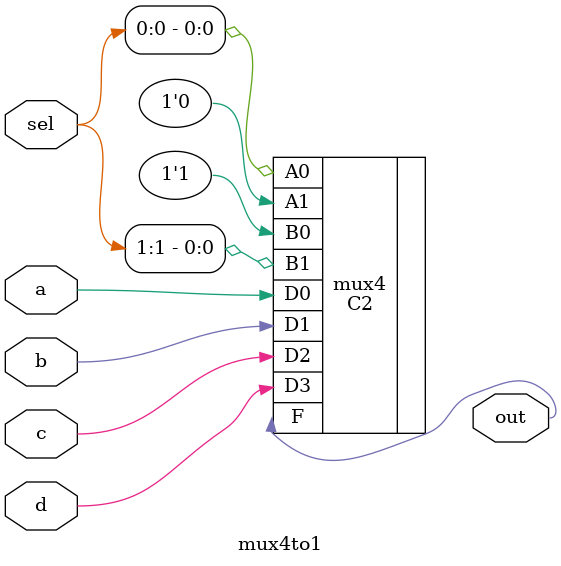
<source format=v>
module mux4to1 #(parameter N = 1) (a, b, c, d, sel, out);
    input [1:0] sel;
    input [N-1:0] a, b, c, d;
    output [N-1:0] out;
    C2 #(N) mux4(.D0(a), .D1(b), .D2(c), .D3(d), .A1(1'b0), .B1(sel[1]), .A0(sel[0]), .B0(1'b1), .F(out));
endmodule
</source>
